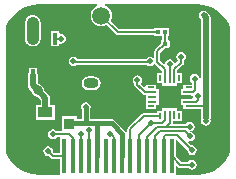
<source format=gbl>
%FSLAX25Y25*%
%MOIN*%
G70*
G01*
G75*
G04 Layer_Physical_Order=2*
G04 Layer_Color=16711680*
%ADD10C,0.05118*%
%ADD11R,0.02559X0.02165*%
%ADD12R,0.02165X0.02559*%
%ADD13R,0.01378X0.01378*%
%ADD14R,0.05906X0.02165*%
%ADD15R,0.01378X0.01378*%
%ADD16C,0.03150*%
%ADD17C,0.00787*%
%ADD18C,0.01969*%
%ADD19C,0.03937*%
%ADD20O,0.05000X0.03500*%
%ADD21C,0.05906*%
%ADD22C,0.03150*%
%ADD23C,0.01969*%
%ADD24C,0.03937*%
%ADD25R,0.02362X0.00787*%
%ADD26R,0.03150X0.00787*%
%ADD27R,0.00787X0.02362*%
%ADD28R,0.00787X0.03150*%
%ADD29R,0.05118X0.05118*%
%ADD30R,0.01575X0.03937*%
%ADD31R,0.05000X0.03600*%
%ADD32R,0.03600X0.03600*%
%ADD33R,0.01378X0.11811*%
%ADD34C,0.01575*%
G36*
X67617Y57805D02*
X69431Y57369D01*
X71154Y56656D01*
X72745Y55681D01*
X74163Y54469D01*
X75375Y53051D01*
X76349Y51460D01*
X76850Y50252D01*
Y8690D01*
X76364Y7518D01*
X75401Y5947D01*
X74204Y4545D01*
X72803Y3348D01*
X71231Y2385D01*
X69528Y1679D01*
X67735Y1249D01*
X65925Y1106D01*
X65898Y1112D01*
X58572D01*
Y3932D01*
X59034Y4123D01*
X59457Y3700D01*
X59782Y3482D01*
X60166Y3406D01*
X62713D01*
X62802Y3274D01*
X63323Y2926D01*
X63937Y2804D01*
X64552Y2926D01*
X65072Y3274D01*
X65420Y3795D01*
X65543Y4409D01*
X65420Y5024D01*
X65072Y5545D01*
X64552Y5893D01*
X63937Y6015D01*
X63323Y5893D01*
X62802Y5545D01*
X62713Y5413D01*
X60582D01*
X58572Y7423D01*
Y12584D01*
X59034Y12775D01*
X62428Y9381D01*
X62410Y9291D01*
X62532Y8677D01*
X62880Y8156D01*
X63401Y7808D01*
X64016Y7686D01*
X64630Y7808D01*
X65151Y8156D01*
X65499Y8677D01*
X65621Y9291D01*
X65499Y9906D01*
X65151Y10427D01*
X64630Y10775D01*
X64016Y10897D01*
X63795Y10853D01*
X62758Y11890D01*
X62994Y12331D01*
X63386Y12253D01*
X64000Y12375D01*
X64521Y12723D01*
X64869Y13244D01*
X64991Y13858D01*
X64869Y14473D01*
X64521Y14994D01*
X64000Y15342D01*
X63386Y15464D01*
X63372Y15533D01*
X63922Y15642D01*
X64442Y15991D01*
X64790Y16511D01*
X64913Y17126D01*
X64790Y17740D01*
X64442Y18261D01*
X63922Y18609D01*
X63307Y18732D01*
X62693Y18609D01*
X62172Y18261D01*
X62057Y18090D01*
X57691D01*
X57613Y18185D01*
Y18969D01*
X60754D01*
Y22512D01*
X59179D01*
Y23300D01*
X54061D01*
Y22512D01*
X52486D01*
Y21744D01*
X47921D01*
X47537Y21668D01*
X47211Y21450D01*
X42803Y17043D01*
X42586Y16717D01*
X42509Y16333D01*
X42509Y16333D01*
X42509D01*
X42509Y16333D01*
X42509D01*
Y15434D01*
X42031Y15289D01*
X41750Y15709D01*
X38198Y19261D01*
X37742Y19566D01*
X37205Y19673D01*
X30042D01*
Y22930D01*
X30120Y23047D01*
X30242Y23661D01*
X30120Y24276D01*
X29772Y24797D01*
X29251Y25145D01*
X28637Y25267D01*
X28022Y25145D01*
X27501Y24797D01*
X27153Y24276D01*
X27031Y23661D01*
X27153Y23047D01*
X27232Y22930D01*
Y19673D01*
X25544D01*
Y20569D01*
X20763D01*
Y15788D01*
D01*
Y15788D01*
X20624Y15649D01*
X18901D01*
X18812Y15781D01*
X18292Y16129D01*
X17677Y16251D01*
X17063Y16129D01*
X16542Y15781D01*
X16194Y15260D01*
X16071Y14646D01*
X16194Y14031D01*
X16542Y13510D01*
X17063Y13162D01*
X17677Y13040D01*
X18292Y13162D01*
X18812Y13510D01*
X18901Y13642D01*
X20186D01*
Y8287D01*
X18172D01*
X17638Y8821D01*
X17669Y8976D01*
X17546Y9591D01*
X17198Y10112D01*
X16677Y10460D01*
X16063Y10582D01*
X15449Y10460D01*
X14928Y10112D01*
X14580Y9591D01*
X14457Y8976D01*
X14580Y8362D01*
X14928Y7841D01*
X15449Y7493D01*
X16063Y7371D01*
X16218Y7402D01*
X17046Y6574D01*
X17372Y6356D01*
X17756Y6280D01*
X20186D01*
Y1112D01*
X13001D01*
X12972Y1106D01*
X11141Y1250D01*
X9327Y1686D01*
X7604Y2400D01*
X6013Y3374D01*
X4595Y4586D01*
X3383Y6004D01*
X2409Y7595D01*
X1908Y8803D01*
Y50252D01*
X2409Y51460D01*
X3383Y53051D01*
X4595Y54469D01*
X6013Y55681D01*
X7604Y56656D01*
X9327Y57369D01*
X11141Y57805D01*
X12972Y57949D01*
X13001Y57943D01*
X32381D01*
X32479Y57453D01*
X32002Y57255D01*
X31261Y56687D01*
X30693Y55947D01*
X30336Y55085D01*
X30215Y54160D01*
X30336Y53235D01*
X30693Y52373D01*
X31261Y51633D01*
X32002Y51065D01*
X32863Y50708D01*
X33788Y50586D01*
X34713Y50708D01*
X35497Y51032D01*
X38549Y47980D01*
X38874Y47763D01*
X39258Y47686D01*
X51279D01*
Y47411D01*
X53918D01*
Y46000D01*
X53699D01*
Y44860D01*
X51771Y42931D01*
X51553Y42606D01*
X51477Y42221D01*
Y40322D01*
X51036Y40086D01*
X50654Y40342D01*
X50039Y40464D01*
X49425Y40342D01*
X48904Y39994D01*
X48801Y39839D01*
X25766D01*
X25663Y39994D01*
X25142Y40342D01*
X24528Y40464D01*
X23913Y40342D01*
X23392Y39994D01*
X23044Y39473D01*
X22922Y38858D01*
X23044Y38244D01*
X23392Y37723D01*
X23913Y37375D01*
X24528Y37253D01*
X25142Y37375D01*
X25663Y37723D01*
X25736Y37832D01*
X48831D01*
X48904Y37723D01*
X49425Y37375D01*
X50039Y37253D01*
X50654Y37375D01*
X51175Y37723D01*
X51349Y37984D01*
X51847Y38033D01*
X54042Y35838D01*
Y35111D01*
X52486D01*
Y31568D01*
X54061D01*
Y30780D01*
X59179D01*
Y31568D01*
X60754D01*
Y35111D01*
X59198D01*
Y35850D01*
X61103Y37755D01*
X61249Y37973D01*
X61321Y38080D01*
X61397Y38465D01*
Y39170D01*
X61529Y39258D01*
X61877Y39779D01*
X61999Y40394D01*
X61877Y41008D01*
X61529Y41529D01*
X61008Y41877D01*
X60394Y41999D01*
X59779Y41877D01*
X59258Y41529D01*
X58910Y41008D01*
X58788Y40394D01*
X58910Y39779D01*
X59258Y39258D01*
X58615Y38295D01*
X58125Y38393D01*
X58098Y38528D01*
X57749Y39049D01*
X57229Y39397D01*
X56614Y39519D01*
X56000Y39397D01*
X55479Y39049D01*
X55131Y38528D01*
X55078Y38264D01*
X54600Y38119D01*
X53484Y39235D01*
Y41806D01*
X55119Y43440D01*
X56258D01*
Y43618D01*
X56672D01*
Y45822D01*
X56258D01*
Y46000D01*
X55925D01*
Y47411D01*
X56201D01*
Y49970D01*
X51279D01*
Y49694D01*
X39674D01*
X36916Y52452D01*
X37240Y53235D01*
X37362Y54160D01*
X37240Y55085D01*
X36884Y55947D01*
X36316Y56687D01*
X35575Y57255D01*
X35098Y57453D01*
X35195Y57943D01*
X65757D01*
X65786Y57949D01*
X67617Y57805D01*
D02*
G37*
%LPC*%
G36*
X31180Y33956D02*
X29680D01*
X28767Y33775D01*
X27993Y33257D01*
X27475Y32483D01*
X27294Y31570D01*
X27475Y30657D01*
X27993Y29883D01*
X28767Y29365D01*
X29680Y29184D01*
X31180D01*
X32093Y29365D01*
X32867Y29883D01*
X33385Y30657D01*
X33566Y31570D01*
X33385Y32483D01*
X32867Y33257D01*
X32093Y33775D01*
X31180Y33956D01*
D02*
G37*
G36*
X12349Y36814D02*
X9593D01*
Y35027D01*
X9487Y34869D01*
X9365Y34255D01*
Y30880D01*
X9365Y30880D01*
X9467Y30367D01*
X9487Y30265D01*
X9836Y29744D01*
X10401Y29178D01*
X10554Y28412D01*
X11032Y27696D01*
X11749Y27217D01*
X12515Y27065D01*
X13547Y26032D01*
Y24269D01*
X12063D01*
Y19488D01*
X18244D01*
Y24269D01*
X16759D01*
Y26697D01*
X16637Y27312D01*
X16288Y27833D01*
X16288Y27833D01*
X14785Y29336D01*
X14633Y30102D01*
X14154Y30818D01*
X13438Y31297D01*
X12672Y31449D01*
X12576Y31545D01*
Y34255D01*
X12454Y34869D01*
X12349Y35027D01*
Y36814D01*
D02*
G37*
G36*
X45827Y34204D02*
X45212Y34082D01*
X44691Y33734D01*
X44343Y33213D01*
X44221Y32598D01*
X44343Y31984D01*
X44691Y31463D01*
X44823Y31375D01*
D01*
X44823Y31181D01*
X44823Y31181D01*
X44823D01*
X44900Y30797D01*
X45117Y30472D01*
X47683Y27905D01*
X47684Y27905D01*
D01*
X47684Y27905D01*
X48009Y27688D01*
X48393Y27611D01*
X48549D01*
Y26056D01*
Y24481D01*
Y22906D01*
X52092D01*
Y24481D01*
X52880D01*
Y26056D01*
Y27630D01*
Y29599D01*
X52092D01*
Y31174D01*
X48549D01*
Y30531D01*
X48087Y30340D01*
X46963Y31464D01*
X47310Y31984D01*
X47432Y32598D01*
X47310Y33213D01*
X46962Y33734D01*
X46441Y34082D01*
X45827Y34204D01*
D02*
G37*
G36*
X19829Y49018D02*
X17073D01*
Y43900D01*
X19829D01*
Y44530D01*
X20216Y44847D01*
X20394Y44812D01*
X21008Y44934D01*
X21529Y45282D01*
X21877Y45803D01*
X21999Y46417D01*
X21877Y47032D01*
X21529Y47553D01*
X21008Y47901D01*
X20394Y48023D01*
X20216Y47987D01*
X19829Y48305D01*
Y49018D01*
D02*
G37*
G36*
X10905Y54313D02*
X10238Y54225D01*
X9845Y54063D01*
X9615Y53968D01*
X9080Y53557D01*
X8670Y53023D01*
X8541Y52712D01*
X8412Y52400D01*
X8324Y51732D01*
X8390Y51236D01*
Y46459D01*
X8478Y45791D01*
X8736Y45169D01*
X9146Y44634D01*
X9593Y44291D01*
Y43900D01*
X10803D01*
X10971Y43878D01*
X11139Y43900D01*
X12349D01*
Y44291D01*
X12796Y44634D01*
X13206Y45169D01*
X13464Y45791D01*
X13552Y46459D01*
Y51667D01*
X13464Y52335D01*
X13357Y52593D01*
X13206Y52957D01*
X12796Y53492D01*
X12731Y53557D01*
X12196Y53968D01*
X11831Y54119D01*
X11574Y54225D01*
X10905Y54313D01*
D02*
G37*
G36*
X67953Y55818D02*
X67440Y55716D01*
X67338Y55696D01*
X66817Y55348D01*
X66469Y54827D01*
X66449Y54725D01*
X66347Y54213D01*
X66449Y53700D01*
X66469Y53598D01*
X66817Y53077D01*
X66817Y53077D01*
X66817Y53077D01*
X67016Y52878D01*
Y33398D01*
X66519Y33349D01*
X66444Y33725D01*
X66096Y34246D01*
X65575Y34594D01*
X64961Y34716D01*
X64346Y34594D01*
X63825Y34246D01*
X63477Y33725D01*
X63355Y33110D01*
X63477Y32496D01*
X63825Y31975D01*
X64081Y31804D01*
Y31174D01*
X61148D01*
Y29599D01*
X60360D01*
Y27630D01*
X62429D01*
X62525Y27611D01*
X62889D01*
X64339Y27323D01*
X64432Y26855D01*
X64115Y26469D01*
X62525D01*
X62429Y26449D01*
X60360D01*
Y24481D01*
X61148D01*
Y22906D01*
X62822D01*
X62919Y22887D01*
X67016D01*
Y20118D01*
X67118Y19606D01*
X67016Y19094D01*
X67139Y18480D01*
X67487Y17959D01*
X68008Y17611D01*
X68622Y17489D01*
X69236Y17611D01*
X69757Y17959D01*
X70105Y18480D01*
X70228Y19094D01*
X70126Y19606D01*
X70228Y20118D01*
Y53543D01*
X70228Y53543D01*
X70126Y54056D01*
X70105Y54158D01*
X69757Y54679D01*
X69088Y55348D01*
X68567Y55696D01*
X68465Y55716D01*
X67953Y55818D01*
D02*
G37*
%LPD*%
D15*
X52559Y48690D02*
D03*
X54921D02*
D03*
X54979Y44720D02*
D03*
X57341D02*
D03*
D17*
X43513Y16333D02*
X47921Y20741D01*
X43513Y7283D02*
Y16333D01*
X24528Y38858D02*
X24550Y38836D01*
X65085Y29388D02*
Y32986D01*
X64311Y28615D02*
X65085Y29388D01*
X62525Y28615D02*
X64311D01*
X29733Y7283D02*
Y15836D01*
X23153Y18178D02*
X23243Y18268D01*
X62919Y23890D02*
X68511D01*
X68622Y19094D02*
Y20118D01*
X47921Y20741D02*
X53470D01*
X36614Y14803D02*
X36732D01*
X38001Y13534D01*
Y7283D02*
Y13534D01*
Y7283D02*
Y13023D01*
X55512Y17087D02*
X63346D01*
X63307Y17126D02*
X63346Y17087D01*
X50472Y18465D02*
X54173D01*
X46269Y14261D02*
X50472Y18465D01*
X46269Y7283D02*
Y14261D01*
X55118Y14331D02*
X58898D01*
X54536Y13749D02*
X55118Y14331D01*
X58898D02*
X63937Y9291D01*
X53465Y15709D02*
X61535D01*
X55512Y17087D02*
X56610Y18185D01*
X52362Y17087D02*
X55512D01*
X54173Y18465D02*
X55045Y19336D01*
X51781Y14025D02*
X53465Y15709D01*
X61535D02*
X63386Y13858D01*
X49025Y13749D02*
X52362Y17087D01*
X55045Y19336D02*
Y21135D01*
X56610Y18185D02*
Y20685D01*
X49025Y7283D02*
Y13749D01*
X51781Y7283D02*
Y14025D01*
X60166Y4409D02*
X63937D01*
X57292Y7283D02*
X60166Y4409D01*
X54536Y7283D02*
Y13749D01*
X20352Y46459D02*
X20394Y46417D01*
X18451Y46459D02*
X20352D01*
X26977Y14773D02*
X27008Y14803D01*
X26977Y7283D02*
Y14773D01*
X17677Y14646D02*
X23031D01*
X24221Y13456D01*
Y7283D02*
Y13456D01*
X16063Y8976D02*
X17756Y7283D01*
X21466D01*
X62525Y25465D02*
X65347D01*
X65945Y26063D01*
Y27323D01*
X48393Y28615D02*
X50714D01*
X45827Y31181D02*
Y32598D01*
Y31181D02*
X48393Y28615D01*
X46457Y30551D02*
X48393Y28615D01*
X33788Y54160D02*
X39258Y48690D01*
X52559D01*
X54921Y44778D02*
Y48690D01*
Y44778D02*
X54979Y44720D01*
X55045Y44654D01*
X56614Y32951D02*
Y37913D01*
X55045Y32945D02*
Y36254D01*
X52480Y38819D02*
X55045Y36254D01*
X52480Y38819D02*
Y42221D01*
X54979Y44720D01*
X58195Y32945D02*
Y36266D01*
X60394Y38465D01*
Y40394D01*
X50017Y38836D02*
X50039Y38858D01*
X24550Y38836D02*
X50017D01*
D18*
X15153Y21878D02*
Y26697D01*
X12593Y29257D02*
X15153Y26697D01*
X68622Y20118D02*
Y53543D01*
X67953Y54213D02*
X68622Y53543D01*
X10971Y30880D02*
X12593Y29257D01*
X10971Y30880D02*
Y34255D01*
D19*
Y46459D02*
Y51667D01*
X10905Y51732D02*
X10971Y51667D01*
D20*
X30430Y31570D02*
D03*
Y41570D02*
D03*
D21*
X44969Y54160D02*
D03*
X33788D02*
D03*
D22*
X12593Y29257D02*
D03*
D23*
X28637Y23661D02*
D03*
X73622Y42362D02*
D03*
X63228Y50984D02*
D03*
X67953Y54213D02*
D03*
X36063Y28150D02*
D03*
X60630Y46850D02*
D03*
X40157Y54488D02*
D03*
X13937Y3425D02*
D03*
X10512Y6968D02*
D03*
X6417Y16299D02*
D03*
X72716Y6575D02*
D03*
X73307Y12087D02*
D03*
X37992Y34685D02*
D03*
X54449Y53504D02*
D03*
X36614Y14803D02*
D03*
X55394Y25945D02*
D03*
X57874D02*
D03*
X57795Y28150D02*
D03*
X55394D02*
D03*
X68622Y19094D02*
D03*
X63307Y17126D02*
D03*
X50472Y18465D02*
D03*
X63386Y13858D02*
D03*
X64016Y9291D02*
D03*
X63937Y4409D02*
D03*
X20394Y46417D02*
D03*
X29764Y15866D02*
D03*
X27008Y14803D02*
D03*
X17677Y14646D02*
D03*
X16063Y8976D02*
D03*
X74252Y27953D02*
D03*
X65945Y27323D02*
D03*
X24528Y38858D02*
D03*
X64961Y33110D02*
D03*
X65315Y38465D02*
D03*
X45827Y32598D02*
D03*
X56614Y37913D02*
D03*
X60394Y40394D02*
D03*
X50039Y38858D02*
D03*
D24*
X10905Y51732D02*
D03*
D25*
X62919Y30190D02*
D03*
Y23890D02*
D03*
X50321D02*
D03*
Y30190D02*
D03*
D26*
X62525Y28615D02*
D03*
Y27040D02*
D03*
Y25465D02*
D03*
X50714D02*
D03*
Y27040D02*
D03*
Y28615D02*
D03*
D27*
X59770Y20741D02*
D03*
X53470D02*
D03*
Y33339D02*
D03*
X59770D02*
D03*
D28*
X58195Y21135D02*
D03*
X56620D02*
D03*
X55045D02*
D03*
Y32945D02*
D03*
X56620D02*
D03*
X58195D02*
D03*
D29*
X56620Y27040D02*
D03*
D30*
X18451Y46459D02*
D03*
X10971D02*
D03*
X14711Y34255D02*
D03*
X10971D02*
D03*
X18451D02*
D03*
D31*
X15153Y21878D02*
D03*
D32*
X23153Y25678D02*
D03*
Y18178D02*
D03*
D33*
X21466Y7283D02*
D03*
X24221D02*
D03*
X26977D02*
D03*
X29733D02*
D03*
X32489D02*
D03*
X35245D02*
D03*
X38001D02*
D03*
X40757D02*
D03*
X43513D02*
D03*
X46269D02*
D03*
X49025D02*
D03*
X51781D02*
D03*
X54536D02*
D03*
X57292D02*
D03*
D34*
X23243Y18268D02*
X32489D01*
X28637Y18361D02*
Y23661D01*
X37205Y18268D02*
X40757Y14716D01*
X32489Y18268D02*
X37205D01*
X32489Y7283D02*
Y18268D01*
X40757Y7283D02*
Y14716D01*
M02*

</source>
